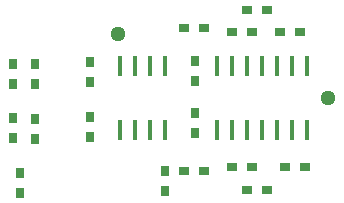
<source format=gbr>
G04 DipTrace 2.4.0.2*
%INTopPaste.gbr*%
%MOIN*%
%ADD31R,0.0156X0.0707*%
%ADD33R,0.0353X0.0314*%
%ADD34C,0.0511*%
%ADD38R,0.0314X0.0353*%
%FSLAX44Y44*%
G04*
G70*
G90*
G75*
G01*
%LNTopPaste*%
%LPD*%
D38*
X7252Y6253D3*
Y5584D3*
X12087Y5638D3*
Y6308D3*
X7752Y7378D3*
Y8048D3*
Y9879D3*
Y9209D3*
D34*
X10502Y10879D3*
X17503Y8754D3*
D33*
X12690Y6315D3*
X13359D3*
X14315Y6440D3*
X14984D3*
X14815Y5690D3*
X15484D3*
X16065Y6440D3*
X16734D3*
X12690Y11065D3*
X13359D3*
X14315Y10940D3*
X14984D3*
X14815Y11690D3*
X15484D3*
X16565Y10940D3*
X15896D3*
D38*
X13065Y7565D3*
Y8234D3*
Y9315D3*
Y9984D3*
X7002Y8066D3*
Y7397D3*
X9565Y7440D3*
Y8109D3*
Y9940D3*
Y9271D3*
X7002Y9879D3*
Y9209D3*
D31*
X13815Y7690D3*
X14315D3*
X14815D3*
X15315D3*
X15815D3*
X16315D3*
X16815D3*
Y9816D3*
X16315D3*
X15815D3*
X15315D3*
X14815D3*
X14315D3*
X13815D3*
X10565Y7690D3*
X11065D3*
X11565D3*
X12065D3*
Y9816D3*
X11565D3*
X11065D3*
X10565D3*
M02*

</source>
